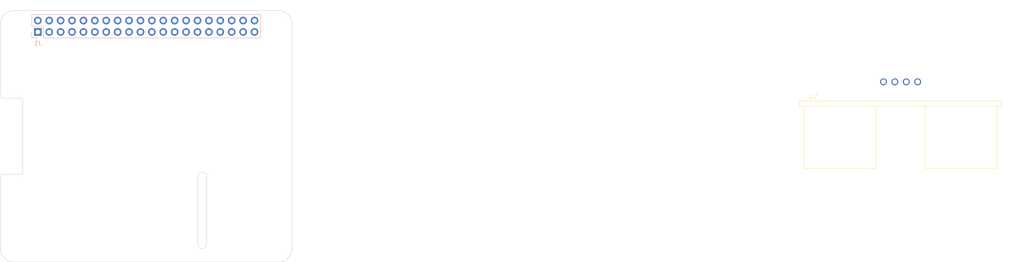
<source format=kicad_pcb>
(kicad_pcb (version 20240108) (generator "pcbnew") (generator_version "8.0")
  (title_block (date "15 nov 2012"))
  (layers (0 "F.Cu" signal) (31 "B.Cu" signal) (34 "B.Paste" user) (35 "F.Paste" user) (36 "B.SilkS" user "B.Silkscreen") (37 "F.SilkS" user "F.Silkscreen") (38 "B.Mask" user) (39 "F.Mask" user) (44 "Edge.Cuts" user))
  (net 0 "")
  (net 1 "GND")
  (net 2 "/GPIO2{slash}SDA1")
  (net 3 "/GPIO3{slash}SCL1")
  (net 4 "/GPIO4{slash}GPCLK0")
  (net 5 "/GPIO14{slash}TXD0")
  (net 6 "/GPIO15{slash}RXD0")
  (net 7 "/GPIO17")
  (net 8 "/GPIO18{slash}PCM.CLK")
  (net 9 "/GPIO27")
  (net 10 "/GPIO22")
  (net 11 "/GPIO23")
  (net 12 "/GPIO24")
  (net 13 "/GPIO10{slash}SPI0.MOSI")
  (net 14 "/GPIO9{slash}SPI0.MISO")
  (net 15 "/GPIO25")
  (net 16 "/GPIO11{slash}SPI0.SCLK")
  (net 17 "/GPIO8{slash}SPI0.CE0")
  (net 18 "/GPIO7{slash}SPI0.CE1")
  (net 19 "/ID_SDA")
  (net 20 "/ID_SCL")
  (net 21 "/GPIO5")
  (net 22 "/GPIO6")
  (net 23 "/GPIO12{slash}PWM0")
  (net 24 "/GPIO13{slash}PWM1")
  (net 25 "/GPIO19{slash}PCM.FS")
  (net 26 "/GPIO16")
  (net 27 "/GPIO26")
  (net 28 "/GPIO20{slash}PCM.DIN")
  (net 29 "/GPIO21{slash}PCM.DOUT")
  (net 30 "+5V")
  (net 31 "+3V3")
  (net 32 "Net-(J2-Pin_3)")
  (net 33 "Net-(J2-Pin_4)")
  (net 34 "Net-(J2-Pin_1)")
  (net 35 "Net-(J2-Pin_2)")
  (footprint "MountingHole:MountingHole_2.7mm_M2.5" (layer "F.Cu") (at 161.5 47.5)
    (property "Reference" "MH2" (hide yes))
    (property "Value" "MountingHole_2.7mm_M2.5" (hide yes))
    (pad "" np_thru_hole circle (at 0 0) (size 2.7 2.7) (drill 2.7) (layers "*.Cu" "*.Mask"))
  )
  (footprint "HC-SR04:XCVR_HC-SR04" (layer "F.Cu") (at 300.5 59.875)
    (property "Reference" "U2" (at -19.48505 3.31671 0) (layer "F.SilkS") (effects (font (size 1.00052 1.00052))))
    (property "Value" "HC-SR04")
    (fp_line (start -22.5 4.27) (end 22.5 4.27) (stroke (width 0.127)) (layer "F.SilkS"))
    (fp_line (start -22.5 5.47) (end -22.5 4.27) (stroke (width 0.127)) (layer "F.SilkS"))
    (fp_line (start -21.5 5.47) (end -22.5 5.47) (stroke (width 0.127)) (layer "F.SilkS"))
    (fp_line (start -21.5 5.47) (end -21.5 19.27) (stroke (width 0.127)) (layer "F.SilkS"))
    (fp_line (start -21.5 19.27) (end -5.5 19.27) (stroke (width 0.127)) (layer "F.SilkS"))
    (fp_line (start -5.5 5.47) (end -21.5 5.47) (stroke (width 0.127)) (layer "F.SilkS"))
    (fp_line (start -5.5 5.47) (end -5.5 19.27) (stroke (width 0.127)) (layer "F.SilkS"))
    (fp_line (start 5.5 5.47) (end -5.5 5.47) (stroke (width 0.127)) (layer "F.SilkS"))
    (fp_line (start 5.5 5.47) (end 5.5 19.27) (stroke (width 0.127)) (layer "F.SilkS"))
    (fp_line (start 5.5 19.27) (end 21.5 19.27) (stroke (width 0.127)) (layer "F.SilkS"))
    (fp_line (start 21.5 5.47) (end 5.5 5.47) (stroke (width 0.127)) (layer "F.SilkS"))
    (fp_line (start 21.5 5.47) (end 21.5 19.27) (stroke (width 0.127)) (layer "F.SilkS"))
    (fp_line (start 22.5 4.27) (end 22.5 5.47) (stroke (width 0.127)) (layer "F.SilkS"))
    (fp_line (start 22.5 5.47) (end 21.5 5.47) (stroke (width 0.127)) (layer "F.SilkS"))
    (pad "1" thru_hole circle (at -3.81 0) (size 1.53 1.53) (drill 1.02) (layers "*.Cu" "*.Mask") (net 34 "Net-(J2-Pin_1)"))
    (pad "2" thru_hole circle (at -1.27 0) (size 1.53 1.53) (drill 1.02) (layers "*.Cu" "*.Mask") (net 35 "Net-(J2-Pin_2)"))
    (pad "3" thru_hole circle (at 1.27 0) (size 1.53 1.53) (drill 1.02) (layers "*.Cu" "*.Mask") (net 32 "Net-(J2-Pin_3)"))
    (pad "4" thru_hole circle (at 3.81 0) (size 1.53 1.53) (drill 1.02) (layers "*.Cu" "*.Mask") (net 33 "Net-(J2-Pin_4)"))
  )
  (footprint "MountingHole:MountingHole_2.7mm_M2.5" (layer "F.Cu") (at 103.5 96.5)
    (property "Reference" "MH3" (hide yes))
    (property "Value" "MountingHole_2.7mm_M2.5" (hide yes))
    (pad "" np_thru_hole circle (at 0 0) (size 2.7 2.7) (drill 2.7) (layers "*.Cu" "*.Mask"))
  )
  (footprint "MountingHole:MountingHole_2.7mm_M2.5" (layer "F.Cu") (at 103.5 47.5)
    (property "Reference" "MH1" (hide yes))
    (property "Value" "MountingHole_2.7mm_M2.5" (hide yes))
    (pad "" np_thru_hole circle (at 0 0) (size 2.7 2.7) (drill 2.7) (layers "*.Cu" "*.Mask"))
  )
  (footprint "MountingHole:MountingHole_2.7mm_M2.5" (layer "F.Cu") (at 161.5 96.5)
    (property "Reference" "MH4" (hide yes))
    (property "Value" "MountingHole_2.7mm_M2.5" (hide yes))
    (pad "" np_thru_hole circle (at 0 0) (size 2.7 2.7) (drill 2.7) (layers "*.Cu" "*.Mask"))
  )
  (footprint "Connector_PinSocket_2.54mm:PinSocket_2x20_P2.54mm_Vertical" (layer "B.Cu") (at 108.37 48.77 -90)
    (property "Reference" "J1" (at 2.5 0 0) (layer "B.SilkS") (effects (justify mirror)))
    (property "Value" "GPIO")
    (fp_line (start -3.87 1.33) (end -1.27 1.33) (stroke (width 0.12)) (layer "B.SilkS"))
    (fp_line (start -3.87 1.33) (end -3.87 -49.59) (stroke (width 0.12)) (layer "B.SilkS"))
    (fp_line (start -1.27 1.33) (end -1.27 -1.27) (stroke (width 0.12)) (layer "B.SilkS"))
    (fp_line (start 0 1.33) (end 1.33 1.33) (stroke (width 0.12)) (layer "B.SilkS"))
    (fp_line (start 1.33 1.33) (end 1.33 0) (stroke (width 0.12)) (layer "B.SilkS"))
    (fp_line (start -1.27 -1.27) (end 1.33 -1.27) (stroke (width 0.12)) (layer "B.SilkS"))
    (fp_line (start 1.33 -1.27) (end 1.33 -49.59) (stroke (width 0.12)) (layer "B.SilkS"))
    (fp_line (start -3.87 -49.59) (end 1.33 -49.59) (stroke (width 0.12)) (layer "B.SilkS"))
    (pad "1" thru_hole rect (at 0 0 270) (size 1.7 1.7) (drill 1) (layers "*.Cu" "*.Mask") (net 31 "+3V3"))
    (pad "2" thru_hole oval (at -2.54 0 270) (size 1.7 1.7) (drill 1) (layers "*.Cu" "*.Mask") (net 30 "+5V"))
    (pad "3" thru_hole oval (at 0 -2.54 270) (size 1.7 1.7) (drill 1) (layers "*.Cu" "*.Mask") (net 2 "/GPIO2{slash}SDA1"))
    (pad "4" thru_hole oval (at -2.54 -2.54 270) (size 1.7 1.7) (drill 1) (layers "*.Cu" "*.Mask") (net 30 "+5V"))
    (pad "5" thru_hole oval (at 0 -5.08 270) (size 1.7 1.7) (drill 1) (layers "*.Cu" "*.Mask") (net 3 "/GPIO3{slash}SCL1"))
    (pad "6" thru_hole oval (at -2.54 -5.08 270) (size 1.7 1.7) (drill 1) (layers "*.Cu" "*.Mask") (net 1 "GND"))
    (pad "7" thru_hole oval (at 0 -7.62 270) (size 1.7 1.7) (drill 1) (layers "*.Cu" "*.Mask") (net 4 "/GPIO4{slash}GPCLK0"))
    (pad "8" thru_hole oval (at -2.54 -7.62 270) (size 1.7 1.7) (drill 1) (layers "*.Cu" "*.Mask") (net 5 "/GPIO14{slash}TXD0"))
    (pad "9" thru_hole oval (at 0 -10.16 270) (size 1.7 1.7) (drill 1) (layers "*.Cu" "*.Mask") (net 1 "GND"))
    (pad "10" thru_hole oval (at -2.54 -10.16 270) (size 1.7 1.7) (drill 1) (layers "*.Cu" "*.Mask") (net 6 "/GPIO15{slash}RXD0"))
    (pad "11" thru_hole oval (at 0 -12.7 270) (size 1.7 1.7) (drill 1) (layers "*.Cu" "*.Mask") (net 7 "/GPIO17"))
    (pad "12" thru_hole oval (at -2.54 -12.7 270) (size 1.7 1.7) (drill 1) (layers "*.Cu" "*.Mask") (net 8 "/GPIO18{slash}PCM.CLK"))
    (pad "13" thru_hole oval (at 0 -15.24 270) (size 1.7 1.7) (drill 1) (layers "*.Cu" "*.Mask") (net 9 "/GPIO27"))
    (pad "14" thru_hole oval (at -2.54 -15.24 270) (size 1.7 1.7) (drill 1) (layers "*.Cu" "*.Mask") (net 1 "GND"))
    (pad "15" thru_hole oval (at 0 -17.78 270) (size 1.7 1.7) (drill 1) (layers "*.Cu" "*.Mask") (net 10 "/GPIO22"))
    (pad "16" thru_hole oval (at -2.54 -17.78 270) (size 1.7 1.7) (drill 1) (layers "*.Cu" "*.Mask") (net 11 "/GPIO23"))
    (pad "17" thru_hole oval (at 0 -20.32 270) (size 1.7 1.7) (drill 1) (layers "*.Cu" "*.Mask") (net 31 "+3V3"))
    (pad "18" thru_hole oval (at -2.54 -20.32 270) (size 1.7 1.7) (drill 1) (layers "*.Cu" "*.Mask") (net 12 "/GPIO24"))
    (pad "19" thru_hole oval (at 0 -22.86 270) (size 1.7 1.7) (drill 1) (layers "*.Cu" "*.Mask") (net 13 "/GPIO10{slash}SPI0.MOSI"))
    (pad "20" thru_hole oval (at -2.54 -22.86 270) (size 1.7 1.7) (drill 1) (layers "*.Cu" "*.Mask") (net 1 "GND"))
    (pad "21" thru_hole oval (at 0 -25.4 270) (size 1.7 1.7) (drill 1) (layers "*.Cu" "*.Mask") (net 14 "/GPIO9{slash}SPI0.MISO"))
    (pad "22" thru_hole oval (at -2.54 -25.4 270) (size 1.7 1.7) (drill 1) (layers "*.Cu" "*.Mask") (net 15 "/GPIO25"))
    (pad "23" thru_hole oval (at 0 -27.94 270) (size 1.7 1.7) (drill 1) (layers "*.Cu" "*.Mask") (net 16 "/GPIO11{slash}SPI0.SCLK"))
    (pad "24" thru_hole oval (at -2.54 -27.94 270) (size 1.7 1.7) (drill 1) (layers "*.Cu" "*.Mask") (net 17 "/GPIO8{slash}SPI0.CE0"))
    (pad "25" thru_hole oval (at 0 -30.48 270) (size 1.7 1.7) (drill 1) (layers "*.Cu" "*.Mask") (net 1 "GND"))
    (pad "26" thru_hole oval (at -2.54 -30.48 270) (size 1.7 1.7) (drill 1) (layers "*.Cu" "*.Mask") (net 18 "/GPIO7{slash}SPI0.CE1"))
    (pad "27" thru_hole oval (at 0 -33.02 270) (size 1.7 1.7) (drill 1) (layers "*.Cu" "*.Mask") (net 19 "/ID_SDA"))
    (pad "28" thru_hole oval (at -2.54 -33.02 270) (size 1.7 1.7) (drill 1) (layers "*.Cu" "*.Mask") (net 20 "/ID_SCL"))
    (pad "29" thru_hole oval (at 0 -35.56 270) (size 1.7 1.7) (drill 1) (layers "*.Cu" "*.Mask") (net 21 "/GPIO5"))
    (pad "30" thru_hole oval (at -2.54 -35.56 270) (size 1.7 1.7) (drill 1) (layers "*.Cu" "*.Mask") (net 1 "GND"))
    (pad "31" thru_hole oval (at 0 -38.1 270) (size 1.7 1.7) (drill 1) (layers "*.Cu" "*.Mask") (net 22 "/GPIO6"))
    (pad "32" thru_hole oval (at -2.54 -38.1 270) (size 1.7 1.7) (drill 1) (layers "*.Cu" "*.Mask") (net 23 "/GPIO12{slash}PWM0"))
    (pad "33" thru_hole oval (at 0 -40.64 270) (size 1.7 1.7) (drill 1) (layers "*.Cu" "*.Mask") (net 24 "/GPIO13{slash}PWM1"))
    (pad "34" thru_hole oval (at -2.54 -40.64 270) (size 1.7 1.7) (drill 1) (layers "*.Cu" "*.Mask") (net 1 "GND"))
    (pad "35" thru_hole oval (at 0 -43.18 270) (size 1.7 1.7) (drill 1) (layers "*.Cu" "*.Mask") (net 25 "/GPIO19{slash}PCM.FS"))
    (pad "36" thru_hole oval (at -2.54 -43.18 270) (size 1.7 1.7) (drill 1) (layers "*.Cu" "*.Mask") (net 26 "/GPIO16"))
    (pad "37" thru_hole oval (at 0 -45.72 270) (size 1.7 1.7) (drill 1) (layers "*.Cu" "*.Mask") (net 27 "/GPIO26"))
    (pad "38" thru_hole oval (at -2.54 -45.72 270) (size 1.7 1.7) (drill 1) (layers "*.Cu" "*.Mask") (net 28 "/GPIO20{slash}PCM.DIN"))
    (pad "39" thru_hole oval (at 0 -48.26 270) (size 1.7 1.7) (drill 1) (layers "*.Cu" "*.Mask") (net 1 "GND"))
    (pad "40" thru_hole oval (at -2.54 -48.26 270) (size 1.7 1.7) (drill 1) (layers "*.Cu" "*.Mask") (net 29 "/GPIO21{slash}PCM.DOUT"))
  )
  (gr_arc (start 100.5 63.5) (mid 100.146447 63.353553) (end 100 63) (stroke (width 0.1)) (layer "Edge.Cuts"))
  (gr_arc (start 162 44) (mid 164.12132 44.87868) (end 165 47) (stroke (width 0.1)) (layer "Edge.Cuts"))
  (gr_line (start 165 97) (end 165 47) (stroke (width 0.1)) (layer "Edge.Cuts"))
  (gr_line (start 100 47) (end 100 63) (stroke (width 0.1)) (layer "Edge.Cuts"))
  (gr_line (start 146 81) (end 146 96) (stroke (width 0.1)) (layer "Edge.Cuts"))
  (gr_line (start 144 96) (end 144 81) (stroke (width 0.1)) (layer "Edge.Cuts"))
  (gr_arc (start 103 100) (mid 100.87868 99.12132) (end 100 97) (stroke (width 0.1)) (layer "Edge.Cuts"))
  (gr_line (start 103 100) (end 162 100) (stroke (width 0.1)) (layer "Edge.Cuts"))
  (gr_line (start 104.5 80.5) (end 100.5 80.5) (stroke (width 0.1)) (layer "Edge.Cuts"))
  (gr_arc (start 144 81) (mid 145 80) (end 146 81) (stroke (width 0.1)) (layer "Edge.Cuts"))
  (gr_arc (start 100 81) (mid 100.146138 80.646755) (end 100.499127 80.500001) (stroke (width 0.1)) (layer "Edge.Cuts"))
  (gr_arc (start 165 97) (mid 164.12132 99.12132) (end 162 100) (stroke (width 0.1)) (layer "Edge.Cuts"))
  (gr_line (start 105 64) (end 105 80) (stroke (width 0.1)) (layer "Edge.Cuts"))
  (gr_arc (start 100 47) (mid 100.87868 44.87868) (end 103 44) (stroke (width 0.1)) (layer "Edge.Cuts"))
  (gr_arc (start 146 96) (mid 145 97) (end 144 96) (stroke (width 0.1)) (layer "Edge.Cuts"))
  (gr_line (start 100 81) (end 100 97) (stroke (width 0.1)) (layer "Edge.Cuts"))
  (gr_line (start 100.5 63.5) (end 104.5 63.5) (stroke (width 0.1)) (layer "Edge.Cuts"))
  (gr_arc (start 105 80) (mid 104.853553 80.353553) (end 104.5 80.5) (stroke (width 0.1)) (layer "Edge.Cuts"))
  (gr_arc (start 104.5 63.5) (mid 104.853553 63.646447) (end 105 64) (stroke (width 0.1)) (layer "Edge.Cuts"))
  (gr_line (start 162 44) (end 103 44) (stroke (width 0.1)) (layer "Edge.Cuts"))
)
</source>
